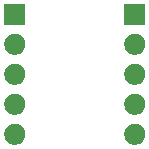
<source format=gbr>
G04 #@! TF.GenerationSoftware,KiCad,Pcbnew,(5.1.5-0-10_14)*
G04 #@! TF.CreationDate,2020-05-09T22:59:05-06:00*
G04 #@! TF.ProjectId,HVSSOP-8,48565353-4f50-42d3-982e-6b696361645f,rev?*
G04 #@! TF.SameCoordinates,Original*
G04 #@! TF.FileFunction,Soldermask,Bot*
G04 #@! TF.FilePolarity,Negative*
%FSLAX46Y46*%
G04 Gerber Fmt 4.6, Leading zero omitted, Abs format (unit mm)*
G04 Created by KiCad (PCBNEW (5.1.5-0-10_14)) date 2020-05-09 22:59:05*
%MOMM*%
%LPD*%
G04 APERTURE LIST*
%ADD10C,0.100000*%
G04 APERTURE END LIST*
D10*
G36*
X159625512Y-97909927D02*
G01*
X159774812Y-97939624D01*
X159938784Y-98007544D01*
X160086354Y-98106147D01*
X160211853Y-98231646D01*
X160310456Y-98379216D01*
X160378376Y-98543188D01*
X160413000Y-98717259D01*
X160413000Y-98894741D01*
X160378376Y-99068812D01*
X160310456Y-99232784D01*
X160211853Y-99380354D01*
X160086354Y-99505853D01*
X159938784Y-99604456D01*
X159774812Y-99672376D01*
X159625512Y-99702073D01*
X159600742Y-99707000D01*
X159423258Y-99707000D01*
X159398488Y-99702073D01*
X159249188Y-99672376D01*
X159085216Y-99604456D01*
X158937646Y-99505853D01*
X158812147Y-99380354D01*
X158713544Y-99232784D01*
X158645624Y-99068812D01*
X158611000Y-98894741D01*
X158611000Y-98717259D01*
X158645624Y-98543188D01*
X158713544Y-98379216D01*
X158812147Y-98231646D01*
X158937646Y-98106147D01*
X159085216Y-98007544D01*
X159249188Y-97939624D01*
X159398488Y-97909927D01*
X159423258Y-97905000D01*
X159600742Y-97905000D01*
X159625512Y-97909927D01*
G37*
G36*
X149465512Y-97909927D02*
G01*
X149614812Y-97939624D01*
X149778784Y-98007544D01*
X149926354Y-98106147D01*
X150051853Y-98231646D01*
X150150456Y-98379216D01*
X150218376Y-98543188D01*
X150253000Y-98717259D01*
X150253000Y-98894741D01*
X150218376Y-99068812D01*
X150150456Y-99232784D01*
X150051853Y-99380354D01*
X149926354Y-99505853D01*
X149778784Y-99604456D01*
X149614812Y-99672376D01*
X149465512Y-99702073D01*
X149440742Y-99707000D01*
X149263258Y-99707000D01*
X149238488Y-99702073D01*
X149089188Y-99672376D01*
X148925216Y-99604456D01*
X148777646Y-99505853D01*
X148652147Y-99380354D01*
X148553544Y-99232784D01*
X148485624Y-99068812D01*
X148451000Y-98894741D01*
X148451000Y-98717259D01*
X148485624Y-98543188D01*
X148553544Y-98379216D01*
X148652147Y-98231646D01*
X148777646Y-98106147D01*
X148925216Y-98007544D01*
X149089188Y-97939624D01*
X149238488Y-97909927D01*
X149263258Y-97905000D01*
X149440742Y-97905000D01*
X149465512Y-97909927D01*
G37*
G36*
X159625512Y-95369927D02*
G01*
X159774812Y-95399624D01*
X159938784Y-95467544D01*
X160086354Y-95566147D01*
X160211853Y-95691646D01*
X160310456Y-95839216D01*
X160378376Y-96003188D01*
X160413000Y-96177259D01*
X160413000Y-96354741D01*
X160378376Y-96528812D01*
X160310456Y-96692784D01*
X160211853Y-96840354D01*
X160086354Y-96965853D01*
X159938784Y-97064456D01*
X159774812Y-97132376D01*
X159625512Y-97162073D01*
X159600742Y-97167000D01*
X159423258Y-97167000D01*
X159398488Y-97162073D01*
X159249188Y-97132376D01*
X159085216Y-97064456D01*
X158937646Y-96965853D01*
X158812147Y-96840354D01*
X158713544Y-96692784D01*
X158645624Y-96528812D01*
X158611000Y-96354741D01*
X158611000Y-96177259D01*
X158645624Y-96003188D01*
X158713544Y-95839216D01*
X158812147Y-95691646D01*
X158937646Y-95566147D01*
X159085216Y-95467544D01*
X159249188Y-95399624D01*
X159398488Y-95369927D01*
X159423258Y-95365000D01*
X159600742Y-95365000D01*
X159625512Y-95369927D01*
G37*
G36*
X149465512Y-95369927D02*
G01*
X149614812Y-95399624D01*
X149778784Y-95467544D01*
X149926354Y-95566147D01*
X150051853Y-95691646D01*
X150150456Y-95839216D01*
X150218376Y-96003188D01*
X150253000Y-96177259D01*
X150253000Y-96354741D01*
X150218376Y-96528812D01*
X150150456Y-96692784D01*
X150051853Y-96840354D01*
X149926354Y-96965853D01*
X149778784Y-97064456D01*
X149614812Y-97132376D01*
X149465512Y-97162073D01*
X149440742Y-97167000D01*
X149263258Y-97167000D01*
X149238488Y-97162073D01*
X149089188Y-97132376D01*
X148925216Y-97064456D01*
X148777646Y-96965853D01*
X148652147Y-96840354D01*
X148553544Y-96692784D01*
X148485624Y-96528812D01*
X148451000Y-96354741D01*
X148451000Y-96177259D01*
X148485624Y-96003188D01*
X148553544Y-95839216D01*
X148652147Y-95691646D01*
X148777646Y-95566147D01*
X148925216Y-95467544D01*
X149089188Y-95399624D01*
X149238488Y-95369927D01*
X149263258Y-95365000D01*
X149440742Y-95365000D01*
X149465512Y-95369927D01*
G37*
G36*
X159625512Y-92829927D02*
G01*
X159774812Y-92859624D01*
X159938784Y-92927544D01*
X160086354Y-93026147D01*
X160211853Y-93151646D01*
X160310456Y-93299216D01*
X160378376Y-93463188D01*
X160413000Y-93637259D01*
X160413000Y-93814741D01*
X160378376Y-93988812D01*
X160310456Y-94152784D01*
X160211853Y-94300354D01*
X160086354Y-94425853D01*
X159938784Y-94524456D01*
X159774812Y-94592376D01*
X159625512Y-94622073D01*
X159600742Y-94627000D01*
X159423258Y-94627000D01*
X159398488Y-94622073D01*
X159249188Y-94592376D01*
X159085216Y-94524456D01*
X158937646Y-94425853D01*
X158812147Y-94300354D01*
X158713544Y-94152784D01*
X158645624Y-93988812D01*
X158611000Y-93814741D01*
X158611000Y-93637259D01*
X158645624Y-93463188D01*
X158713544Y-93299216D01*
X158812147Y-93151646D01*
X158937646Y-93026147D01*
X159085216Y-92927544D01*
X159249188Y-92859624D01*
X159398488Y-92829927D01*
X159423258Y-92825000D01*
X159600742Y-92825000D01*
X159625512Y-92829927D01*
G37*
G36*
X149465512Y-92829927D02*
G01*
X149614812Y-92859624D01*
X149778784Y-92927544D01*
X149926354Y-93026147D01*
X150051853Y-93151646D01*
X150150456Y-93299216D01*
X150218376Y-93463188D01*
X150253000Y-93637259D01*
X150253000Y-93814741D01*
X150218376Y-93988812D01*
X150150456Y-94152784D01*
X150051853Y-94300354D01*
X149926354Y-94425853D01*
X149778784Y-94524456D01*
X149614812Y-94592376D01*
X149465512Y-94622073D01*
X149440742Y-94627000D01*
X149263258Y-94627000D01*
X149238488Y-94622073D01*
X149089188Y-94592376D01*
X148925216Y-94524456D01*
X148777646Y-94425853D01*
X148652147Y-94300354D01*
X148553544Y-94152784D01*
X148485624Y-93988812D01*
X148451000Y-93814741D01*
X148451000Y-93637259D01*
X148485624Y-93463188D01*
X148553544Y-93299216D01*
X148652147Y-93151646D01*
X148777646Y-93026147D01*
X148925216Y-92927544D01*
X149089188Y-92859624D01*
X149238488Y-92829927D01*
X149263258Y-92825000D01*
X149440742Y-92825000D01*
X149465512Y-92829927D01*
G37*
G36*
X159625512Y-90289927D02*
G01*
X159774812Y-90319624D01*
X159938784Y-90387544D01*
X160086354Y-90486147D01*
X160211853Y-90611646D01*
X160310456Y-90759216D01*
X160378376Y-90923188D01*
X160413000Y-91097259D01*
X160413000Y-91274741D01*
X160378376Y-91448812D01*
X160310456Y-91612784D01*
X160211853Y-91760354D01*
X160086354Y-91885853D01*
X159938784Y-91984456D01*
X159774812Y-92052376D01*
X159625512Y-92082073D01*
X159600742Y-92087000D01*
X159423258Y-92087000D01*
X159398488Y-92082073D01*
X159249188Y-92052376D01*
X159085216Y-91984456D01*
X158937646Y-91885853D01*
X158812147Y-91760354D01*
X158713544Y-91612784D01*
X158645624Y-91448812D01*
X158611000Y-91274741D01*
X158611000Y-91097259D01*
X158645624Y-90923188D01*
X158713544Y-90759216D01*
X158812147Y-90611646D01*
X158937646Y-90486147D01*
X159085216Y-90387544D01*
X159249188Y-90319624D01*
X159398488Y-90289927D01*
X159423258Y-90285000D01*
X159600742Y-90285000D01*
X159625512Y-90289927D01*
G37*
G36*
X149465512Y-90289927D02*
G01*
X149614812Y-90319624D01*
X149778784Y-90387544D01*
X149926354Y-90486147D01*
X150051853Y-90611646D01*
X150150456Y-90759216D01*
X150218376Y-90923188D01*
X150253000Y-91097259D01*
X150253000Y-91274741D01*
X150218376Y-91448812D01*
X150150456Y-91612784D01*
X150051853Y-91760354D01*
X149926354Y-91885853D01*
X149778784Y-91984456D01*
X149614812Y-92052376D01*
X149465512Y-92082073D01*
X149440742Y-92087000D01*
X149263258Y-92087000D01*
X149238488Y-92082073D01*
X149089188Y-92052376D01*
X148925216Y-91984456D01*
X148777646Y-91885853D01*
X148652147Y-91760354D01*
X148553544Y-91612784D01*
X148485624Y-91448812D01*
X148451000Y-91274741D01*
X148451000Y-91097259D01*
X148485624Y-90923188D01*
X148553544Y-90759216D01*
X148652147Y-90611646D01*
X148777646Y-90486147D01*
X148925216Y-90387544D01*
X149089188Y-90319624D01*
X149238488Y-90289927D01*
X149263258Y-90285000D01*
X149440742Y-90285000D01*
X149465512Y-90289927D01*
G37*
G36*
X160413000Y-89547000D02*
G01*
X158611000Y-89547000D01*
X158611000Y-87745000D01*
X160413000Y-87745000D01*
X160413000Y-89547000D01*
G37*
G36*
X150253000Y-89547000D02*
G01*
X148451000Y-89547000D01*
X148451000Y-87745000D01*
X150253000Y-87745000D01*
X150253000Y-89547000D01*
G37*
M02*

</source>
